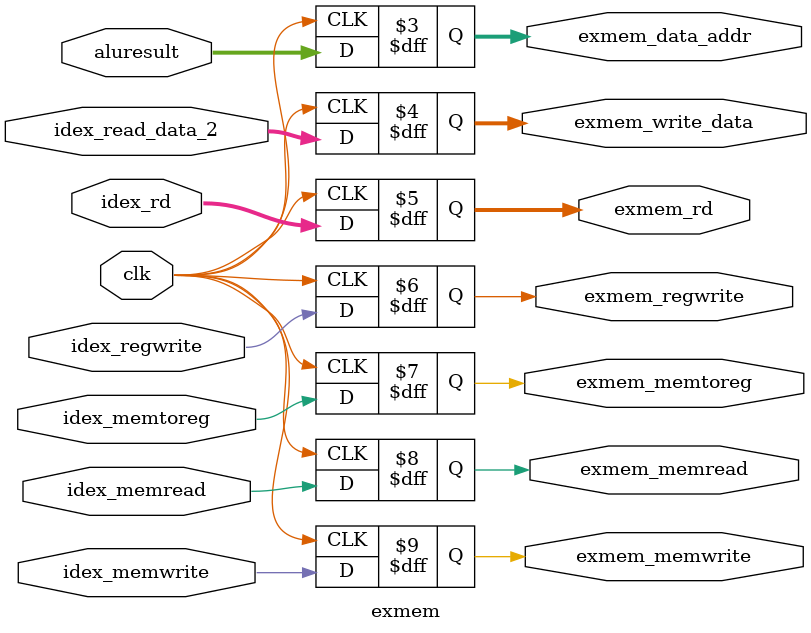
<source format=sv>
`timescale 1ns/1ns

module exmem(
  input clk,
  input[31:0] aluresult,
  input[31:0] idex_read_data_2,//this is actually the output of the second mux.it contains the value of the second argument rs2.it is fed to write data of data memory
  input[4:0] idex_rd,
  input idex_memread,
  input idex_memwrite,
  input idex_regwrite,
  input idex_memtoreg,
  output reg[31:0] exmem_data_addr,
  output reg[31:0] exmem_write_data,
  output reg[4:0] exmem_rd,
  output reg exmem_regwrite,
  output reg exmem_memtoreg,
  output reg exmem_memread,
  output reg exmem_memwrite
);
  
  always@(posedge clk)
    begin
      exmem_data_addr<=aluresult;
      exmem_write_data<=idex_read_data_2;
      exmem_rd<=idex_rd;
      exmem_regwrite<=idex_regwrite;
      exmem_memtoreg<=idex_memtoreg;
      exmem_memread<=idex_memread;
      exmem_memwrite<=idex_memwrite;
    end
  initial
    begin
      exmem_data_addr<='0;
      exmem_write_data<='0;
      exmem_rd<='0;
      exmem_regwrite<='0;
      exmem_memtoreg<='0;
      exmem_memread<='0;
      exmem_memwrite<='0;
    end
endmodule
</source>
